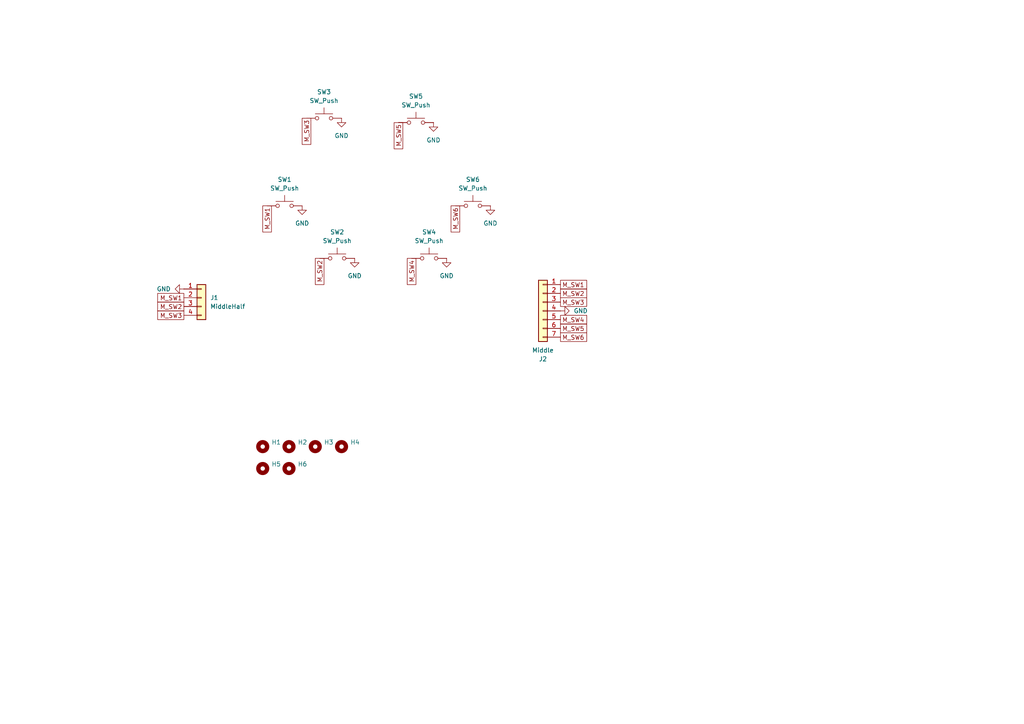
<source format=kicad_sch>
(kicad_sch
	(version 20250114)
	(generator "eeschema")
	(generator_version "9.0")
	(uuid "44424130-f20f-40bf-9349-fd314f360424")
	(paper "A4")
	(lib_symbols
		(symbol "Connector_Generic:Conn_01x04"
			(pin_names
				(offset 1.016)
				(hide yes)
			)
			(exclude_from_sim no)
			(in_bom yes)
			(on_board yes)
			(property "Reference" "J"
				(at 0 5.08 0)
				(effects
					(font
						(size 1.27 1.27)
					)
				)
			)
			(property "Value" "Conn_01x04"
				(at 0 -7.62 0)
				(effects
					(font
						(size 1.27 1.27)
					)
				)
			)
			(property "Footprint" ""
				(at 0 0 0)
				(effects
					(font
						(size 1.27 1.27)
					)
					(hide yes)
				)
			)
			(property "Datasheet" "~"
				(at 0 0 0)
				(effects
					(font
						(size 1.27 1.27)
					)
					(hide yes)
				)
			)
			(property "Description" "Generic connector, single row, 01x04, script generated (kicad-library-utils/schlib/autogen/connector/)"
				(at 0 0 0)
				(effects
					(font
						(size 1.27 1.27)
					)
					(hide yes)
				)
			)
			(property "ki_keywords" "connector"
				(at 0 0 0)
				(effects
					(font
						(size 1.27 1.27)
					)
					(hide yes)
				)
			)
			(property "ki_fp_filters" "Connector*:*_1x??_*"
				(at 0 0 0)
				(effects
					(font
						(size 1.27 1.27)
					)
					(hide yes)
				)
			)
			(symbol "Conn_01x04_1_1"
				(rectangle
					(start -1.27 3.81)
					(end 1.27 -6.35)
					(stroke
						(width 0.254)
						(type default)
					)
					(fill
						(type background)
					)
				)
				(rectangle
					(start -1.27 2.667)
					(end 0 2.413)
					(stroke
						(width 0.1524)
						(type default)
					)
					(fill
						(type none)
					)
				)
				(rectangle
					(start -1.27 0.127)
					(end 0 -0.127)
					(stroke
						(width 0.1524)
						(type default)
					)
					(fill
						(type none)
					)
				)
				(rectangle
					(start -1.27 -2.413)
					(end 0 -2.667)
					(stroke
						(width 0.1524)
						(type default)
					)
					(fill
						(type none)
					)
				)
				(rectangle
					(start -1.27 -4.953)
					(end 0 -5.207)
					(stroke
						(width 0.1524)
						(type default)
					)
					(fill
						(type none)
					)
				)
				(pin passive line
					(at -5.08 2.54 0)
					(length 3.81)
					(name "Pin_1"
						(effects
							(font
								(size 1.27 1.27)
							)
						)
					)
					(number "1"
						(effects
							(font
								(size 1.27 1.27)
							)
						)
					)
				)
				(pin passive line
					(at -5.08 0 0)
					(length 3.81)
					(name "Pin_2"
						(effects
							(font
								(size 1.27 1.27)
							)
						)
					)
					(number "2"
						(effects
							(font
								(size 1.27 1.27)
							)
						)
					)
				)
				(pin passive line
					(at -5.08 -2.54 0)
					(length 3.81)
					(name "Pin_3"
						(effects
							(font
								(size 1.27 1.27)
							)
						)
					)
					(number "3"
						(effects
							(font
								(size 1.27 1.27)
							)
						)
					)
				)
				(pin passive line
					(at -5.08 -5.08 0)
					(length 3.81)
					(name "Pin_4"
						(effects
							(font
								(size 1.27 1.27)
							)
						)
					)
					(number "4"
						(effects
							(font
								(size 1.27 1.27)
							)
						)
					)
				)
			)
			(embedded_fonts no)
		)
		(symbol "Connector_Generic:Conn_01x07"
			(pin_names
				(offset 1.016)
				(hide yes)
			)
			(exclude_from_sim no)
			(in_bom yes)
			(on_board yes)
			(property "Reference" "J"
				(at 0 10.16 0)
				(effects
					(font
						(size 1.27 1.27)
					)
				)
			)
			(property "Value" "Conn_01x07"
				(at 0 -10.16 0)
				(effects
					(font
						(size 1.27 1.27)
					)
				)
			)
			(property "Footprint" ""
				(at 0 0 0)
				(effects
					(font
						(size 1.27 1.27)
					)
					(hide yes)
				)
			)
			(property "Datasheet" "~"
				(at 0 0 0)
				(effects
					(font
						(size 1.27 1.27)
					)
					(hide yes)
				)
			)
			(property "Description" "Generic connector, single row, 01x07, script generated (kicad-library-utils/schlib/autogen/connector/)"
				(at 0 0 0)
				(effects
					(font
						(size 1.27 1.27)
					)
					(hide yes)
				)
			)
			(property "ki_keywords" "connector"
				(at 0 0 0)
				(effects
					(font
						(size 1.27 1.27)
					)
					(hide yes)
				)
			)
			(property "ki_fp_filters" "Connector*:*_1x??_*"
				(at 0 0 0)
				(effects
					(font
						(size 1.27 1.27)
					)
					(hide yes)
				)
			)
			(symbol "Conn_01x07_1_1"
				(rectangle
					(start -1.27 8.89)
					(end 1.27 -8.89)
					(stroke
						(width 0.254)
						(type default)
					)
					(fill
						(type background)
					)
				)
				(rectangle
					(start -1.27 7.747)
					(end 0 7.493)
					(stroke
						(width 0.1524)
						(type default)
					)
					(fill
						(type none)
					)
				)
				(rectangle
					(start -1.27 5.207)
					(end 0 4.953)
					(stroke
						(width 0.1524)
						(type default)
					)
					(fill
						(type none)
					)
				)
				(rectangle
					(start -1.27 2.667)
					(end 0 2.413)
					(stroke
						(width 0.1524)
						(type default)
					)
					(fill
						(type none)
					)
				)
				(rectangle
					(start -1.27 0.127)
					(end 0 -0.127)
					(stroke
						(width 0.1524)
						(type default)
					)
					(fill
						(type none)
					)
				)
				(rectangle
					(start -1.27 -2.413)
					(end 0 -2.667)
					(stroke
						(width 0.1524)
						(type default)
					)
					(fill
						(type none)
					)
				)
				(rectangle
					(start -1.27 -4.953)
					(end 0 -5.207)
					(stroke
						(width 0.1524)
						(type default)
					)
					(fill
						(type none)
					)
				)
				(rectangle
					(start -1.27 -7.493)
					(end 0 -7.747)
					(stroke
						(width 0.1524)
						(type default)
					)
					(fill
						(type none)
					)
				)
				(pin passive line
					(at -5.08 7.62 0)
					(length 3.81)
					(name "Pin_1"
						(effects
							(font
								(size 1.27 1.27)
							)
						)
					)
					(number "1"
						(effects
							(font
								(size 1.27 1.27)
							)
						)
					)
				)
				(pin passive line
					(at -5.08 5.08 0)
					(length 3.81)
					(name "Pin_2"
						(effects
							(font
								(size 1.27 1.27)
							)
						)
					)
					(number "2"
						(effects
							(font
								(size 1.27 1.27)
							)
						)
					)
				)
				(pin passive line
					(at -5.08 2.54 0)
					(length 3.81)
					(name "Pin_3"
						(effects
							(font
								(size 1.27 1.27)
							)
						)
					)
					(number "3"
						(effects
							(font
								(size 1.27 1.27)
							)
						)
					)
				)
				(pin passive line
					(at -5.08 0 0)
					(length 3.81)
					(name "Pin_4"
						(effects
							(font
								(size 1.27 1.27)
							)
						)
					)
					(number "4"
						(effects
							(font
								(size 1.27 1.27)
							)
						)
					)
				)
				(pin passive line
					(at -5.08 -2.54 0)
					(length 3.81)
					(name "Pin_5"
						(effects
							(font
								(size 1.27 1.27)
							)
						)
					)
					(number "5"
						(effects
							(font
								(size 1.27 1.27)
							)
						)
					)
				)
				(pin passive line
					(at -5.08 -5.08 0)
					(length 3.81)
					(name "Pin_6"
						(effects
							(font
								(size 1.27 1.27)
							)
						)
					)
					(number "6"
						(effects
							(font
								(size 1.27 1.27)
							)
						)
					)
				)
				(pin passive line
					(at -5.08 -7.62 0)
					(length 3.81)
					(name "Pin_7"
						(effects
							(font
								(size 1.27 1.27)
							)
						)
					)
					(number "7"
						(effects
							(font
								(size 1.27 1.27)
							)
						)
					)
				)
			)
			(embedded_fonts no)
		)
		(symbol "Mechanical:MountingHole"
			(pin_names
				(offset 1.016)
			)
			(exclude_from_sim no)
			(in_bom no)
			(on_board yes)
			(property "Reference" "H"
				(at 0 5.08 0)
				(effects
					(font
						(size 1.27 1.27)
					)
				)
			)
			(property "Value" "MountingHole"
				(at 0 3.175 0)
				(effects
					(font
						(size 1.27 1.27)
					)
				)
			)
			(property "Footprint" ""
				(at 0 0 0)
				(effects
					(font
						(size 1.27 1.27)
					)
					(hide yes)
				)
			)
			(property "Datasheet" "~"
				(at 0 0 0)
				(effects
					(font
						(size 1.27 1.27)
					)
					(hide yes)
				)
			)
			(property "Description" "Mounting Hole without connection"
				(at 0 0 0)
				(effects
					(font
						(size 1.27 1.27)
					)
					(hide yes)
				)
			)
			(property "ki_keywords" "mounting hole"
				(at 0 0 0)
				(effects
					(font
						(size 1.27 1.27)
					)
					(hide yes)
				)
			)
			(property "ki_fp_filters" "MountingHole*"
				(at 0 0 0)
				(effects
					(font
						(size 1.27 1.27)
					)
					(hide yes)
				)
			)
			(symbol "MountingHole_0_1"
				(circle
					(center 0 0)
					(radius 1.27)
					(stroke
						(width 1.27)
						(type default)
					)
					(fill
						(type none)
					)
				)
			)
			(embedded_fonts no)
		)
		(symbol "Switch:SW_Push"
			(pin_numbers
				(hide yes)
			)
			(pin_names
				(offset 1.016)
				(hide yes)
			)
			(exclude_from_sim no)
			(in_bom yes)
			(on_board yes)
			(property "Reference" "SW"
				(at 1.27 2.54 0)
				(effects
					(font
						(size 1.27 1.27)
					)
					(justify left)
				)
			)
			(property "Value" "SW_Push"
				(at 0 -1.524 0)
				(effects
					(font
						(size 1.27 1.27)
					)
				)
			)
			(property "Footprint" ""
				(at 0 5.08 0)
				(effects
					(font
						(size 1.27 1.27)
					)
					(hide yes)
				)
			)
			(property "Datasheet" "~"
				(at 0 5.08 0)
				(effects
					(font
						(size 1.27 1.27)
					)
					(hide yes)
				)
			)
			(property "Description" "Push button switch, generic, two pins"
				(at 0 0 0)
				(effects
					(font
						(size 1.27 1.27)
					)
					(hide yes)
				)
			)
			(property "ki_keywords" "switch normally-open pushbutton push-button"
				(at 0 0 0)
				(effects
					(font
						(size 1.27 1.27)
					)
					(hide yes)
				)
			)
			(symbol "SW_Push_0_1"
				(circle
					(center -2.032 0)
					(radius 0.508)
					(stroke
						(width 0)
						(type default)
					)
					(fill
						(type none)
					)
				)
				(polyline
					(pts
						(xy 0 1.27) (xy 0 3.048)
					)
					(stroke
						(width 0)
						(type default)
					)
					(fill
						(type none)
					)
				)
				(circle
					(center 2.032 0)
					(radius 0.508)
					(stroke
						(width 0)
						(type default)
					)
					(fill
						(type none)
					)
				)
				(polyline
					(pts
						(xy 2.54 1.27) (xy -2.54 1.27)
					)
					(stroke
						(width 0)
						(type default)
					)
					(fill
						(type none)
					)
				)
				(pin passive line
					(at -5.08 0 0)
					(length 2.54)
					(name "1"
						(effects
							(font
								(size 1.27 1.27)
							)
						)
					)
					(number "1"
						(effects
							(font
								(size 1.27 1.27)
							)
						)
					)
				)
				(pin passive line
					(at 5.08 0 180)
					(length 2.54)
					(name "2"
						(effects
							(font
								(size 1.27 1.27)
							)
						)
					)
					(number "2"
						(effects
							(font
								(size 1.27 1.27)
							)
						)
					)
				)
			)
			(embedded_fonts no)
		)
		(symbol "power:GND"
			(power)
			(pin_numbers
				(hide yes)
			)
			(pin_names
				(offset 0)
				(hide yes)
			)
			(exclude_from_sim no)
			(in_bom yes)
			(on_board yes)
			(property "Reference" "#PWR"
				(at 0 -6.35 0)
				(effects
					(font
						(size 1.27 1.27)
					)
					(hide yes)
				)
			)
			(property "Value" "GND"
				(at 0 -3.81 0)
				(effects
					(font
						(size 1.27 1.27)
					)
				)
			)
			(property "Footprint" ""
				(at 0 0 0)
				(effects
					(font
						(size 1.27 1.27)
					)
					(hide yes)
				)
			)
			(property "Datasheet" ""
				(at 0 0 0)
				(effects
					(font
						(size 1.27 1.27)
					)
					(hide yes)
				)
			)
			(property "Description" "Power symbol creates a global label with name \"GND\" , ground"
				(at 0 0 0)
				(effects
					(font
						(size 1.27 1.27)
					)
					(hide yes)
				)
			)
			(property "ki_keywords" "global power"
				(at 0 0 0)
				(effects
					(font
						(size 1.27 1.27)
					)
					(hide yes)
				)
			)
			(symbol "GND_0_1"
				(polyline
					(pts
						(xy 0 0) (xy 0 -1.27) (xy 1.27 -1.27) (xy 0 -2.54) (xy -1.27 -1.27) (xy 0 -1.27)
					)
					(stroke
						(width 0)
						(type default)
					)
					(fill
						(type none)
					)
				)
			)
			(symbol "GND_1_1"
				(pin power_in line
					(at 0 0 270)
					(length 0)
					(name "~"
						(effects
							(font
								(size 1.27 1.27)
							)
						)
					)
					(number "1"
						(effects
							(font
								(size 1.27 1.27)
							)
						)
					)
				)
			)
			(embedded_fonts no)
		)
	)
	(global_label "M_SW4"
		(shape passive)
		(at 162.56 92.71 0)
		(fields_autoplaced yes)
		(effects
			(font
				(size 1.27 1.27)
			)
			(justify left)
		)
		(uuid "0edd1ba8-8803-456a-8f0d-1330f105e9bb")
		(property "Intersheetrefs" "${INTERSHEET_REFS}"
			(at 170.7233 92.71 0)
			(effects
				(font
					(size 1.27 1.27)
				)
				(justify left)
				(hide yes)
			)
		)
	)
	(global_label "M_SW1"
		(shape passive)
		(at 77.47 59.69 270)
		(fields_autoplaced yes)
		(effects
			(font
				(size 1.27 1.27)
			)
			(justify right)
		)
		(uuid "17e0c878-a1b1-4ccf-8c9f-0ab596c4d26d")
		(property "Intersheetrefs" "${INTERSHEET_REFS}"
			(at 77.47 67.8533 90)
			(effects
				(font
					(size 1.27 1.27)
				)
				(justify right)
				(hide yes)
			)
		)
	)
	(global_label "M_SW2"
		(shape passive)
		(at 53.34 88.9 180)
		(fields_autoplaced yes)
		(effects
			(font
				(size 1.27 1.27)
			)
			(justify right)
		)
		(uuid "19062e0a-4f1e-406a-9c4c-84df7e3c9f65")
		(property "Intersheetrefs" "${INTERSHEET_REFS}"
			(at 45.1767 88.9 0)
			(effects
				(font
					(size 1.27 1.27)
				)
				(justify right)
				(hide yes)
			)
		)
	)
	(global_label "M_SW3"
		(shape passive)
		(at 162.56 87.63 0)
		(fields_autoplaced yes)
		(effects
			(font
				(size 1.27 1.27)
			)
			(justify left)
		)
		(uuid "488786dc-2eae-4b57-8353-990e3877ac3e")
		(property "Intersheetrefs" "${INTERSHEET_REFS}"
			(at 170.7233 87.63 0)
			(effects
				(font
					(size 1.27 1.27)
				)
				(justify left)
				(hide yes)
			)
		)
	)
	(global_label "M_SW4"
		(shape passive)
		(at 119.38 74.93 270)
		(fields_autoplaced yes)
		(effects
			(font
				(size 1.27 1.27)
			)
			(justify right)
		)
		(uuid "76b8e595-274d-4fd8-9183-b4ea3c5e7a5a")
		(property "Intersheetrefs" "${INTERSHEET_REFS}"
			(at 119.38 83.0933 90)
			(effects
				(font
					(size 1.27 1.27)
				)
				(justify right)
				(hide yes)
			)
		)
	)
	(global_label "M_SW5"
		(shape passive)
		(at 115.57 35.56 270)
		(fields_autoplaced yes)
		(effects
			(font
				(size 1.27 1.27)
			)
			(justify right)
		)
		(uuid "770b7363-a995-46a9-a0de-7ddd4b258b66")
		(property "Intersheetrefs" "${INTERSHEET_REFS}"
			(at 115.57 43.7233 90)
			(effects
				(font
					(size 1.27 1.27)
				)
				(justify right)
				(hide yes)
			)
		)
	)
	(global_label "M_SW6"
		(shape passive)
		(at 132.08 59.69 270)
		(fields_autoplaced yes)
		(effects
			(font
				(size 1.27 1.27)
			)
			(justify right)
		)
		(uuid "7a03b707-3804-4ce6-a49a-606d9fa3af88")
		(property "Intersheetrefs" "${INTERSHEET_REFS}"
			(at 132.08 67.8533 90)
			(effects
				(font
					(size 1.27 1.27)
				)
				(justify right)
				(hide yes)
			)
		)
	)
	(global_label "M_SW2"
		(shape passive)
		(at 92.71 74.93 270)
		(fields_autoplaced yes)
		(effects
			(font
				(size 1.27 1.27)
			)
			(justify right)
		)
		(uuid "83dfe3c8-e81d-41be-9753-b46bd77e2e7d")
		(property "Intersheetrefs" "${INTERSHEET_REFS}"
			(at 92.71 83.0933 90)
			(effects
				(font
					(size 1.27 1.27)
				)
				(justify right)
				(hide yes)
			)
		)
	)
	(global_label "M_SW1"
		(shape passive)
		(at 53.34 86.36 180)
		(fields_autoplaced yes)
		(effects
			(font
				(size 1.27 1.27)
			)
			(justify right)
		)
		(uuid "8e8c5598-508f-4f95-93f4-a60d0c0afdf8")
		(property "Intersheetrefs" "${INTERSHEET_REFS}"
			(at 45.1767 86.36 0)
			(effects
				(font
					(size 1.27 1.27)
				)
				(justify right)
				(hide yes)
			)
		)
	)
	(global_label "M_SW2"
		(shape passive)
		(at 162.56 85.09 0)
		(fields_autoplaced yes)
		(effects
			(font
				(size 1.27 1.27)
			)
			(justify left)
		)
		(uuid "993be81e-f463-4267-b857-3e4ab0c29f88")
		(property "Intersheetrefs" "${INTERSHEET_REFS}"
			(at 170.7233 85.09 0)
			(effects
				(font
					(size 1.27 1.27)
				)
				(justify left)
				(hide yes)
			)
		)
	)
	(global_label "M_SW1"
		(shape passive)
		(at 162.56 82.55 0)
		(fields_autoplaced yes)
		(effects
			(font
				(size 1.27 1.27)
			)
			(justify left)
		)
		(uuid "a11dc060-b6e3-4345-98e5-9dac7402acf7")
		(property "Intersheetrefs" "${INTERSHEET_REFS}"
			(at 170.7233 82.55 0)
			(effects
				(font
					(size 1.27 1.27)
				)
				(justify left)
				(hide yes)
			)
		)
	)
	(global_label "M_SW6"
		(shape passive)
		(at 162.56 97.79 0)
		(fields_autoplaced yes)
		(effects
			(font
				(size 1.27 1.27)
			)
			(justify left)
		)
		(uuid "bcc020ef-38d1-4802-8e66-54f7fd3696e5")
		(property "Intersheetrefs" "${INTERSHEET_REFS}"
			(at 170.7233 97.79 0)
			(effects
				(font
					(size 1.27 1.27)
				)
				(justify left)
				(hide yes)
			)
		)
	)
	(global_label "M_SW5"
		(shape passive)
		(at 162.56 95.25 0)
		(fields_autoplaced yes)
		(effects
			(font
				(size 1.27 1.27)
			)
			(justify left)
		)
		(uuid "d1a8f0c3-14e2-44e3-b804-4516b8ab799b")
		(property "Intersheetrefs" "${INTERSHEET_REFS}"
			(at 170.7233 95.25 0)
			(effects
				(font
					(size 1.27 1.27)
				)
				(justify left)
				(hide yes)
			)
		)
	)
	(global_label "M_SW3"
		(shape passive)
		(at 53.34 91.44 180)
		(fields_autoplaced yes)
		(effects
			(font
				(size 1.27 1.27)
			)
			(justify right)
		)
		(uuid "d4d6cf9e-71c8-454b-a837-91228b54fc66")
		(property "Intersheetrefs" "${INTERSHEET_REFS}"
			(at 45.1767 91.44 0)
			(effects
				(font
					(size 1.27 1.27)
				)
				(justify right)
				(hide yes)
			)
		)
	)
	(global_label "M_SW3"
		(shape passive)
		(at 88.9 34.29 270)
		(fields_autoplaced yes)
		(effects
			(font
				(size 1.27 1.27)
			)
			(justify right)
		)
		(uuid "f0d442bb-dcd9-4c59-95cf-44b87acbb01a")
		(property "Intersheetrefs" "${INTERSHEET_REFS}"
			(at 88.9 42.4533 90)
			(effects
				(font
					(size 1.27 1.27)
				)
				(justify right)
				(hide yes)
			)
		)
	)
	(symbol
		(lib_id "Connector_Generic:Conn_01x04")
		(at 58.42 86.36 0)
		(unit 1)
		(exclude_from_sim no)
		(in_bom yes)
		(on_board yes)
		(dnp no)
		(fields_autoplaced yes)
		(uuid "04b352d1-2d04-4cae-bfe8-1feb0bb8767d")
		(property "Reference" "J1"
			(at 60.96 86.3599 0)
			(effects
				(font
					(size 1.27 1.27)
				)
				(justify left)
			)
		)
		(property "Value" "MiddleHalf"
			(at 60.96 88.8999 0)
			(effects
				(font
					(size 1.27 1.27)
				)
				(justify left)
			)
		)
		(property "Footprint" "Connector_PinHeader_2.54mm:PinHeader_1x04_P2.54mm_Horizontal"
			(at 58.42 86.36 0)
			(effects
				(font
					(size 1.27 1.27)
				)
				(hide yes)
			)
		)
		(property "Datasheet" "~"
			(at 58.42 86.36 0)
			(effects
				(font
					(size 1.27 1.27)
				)
				(hide yes)
			)
		)
		(property "Description" "Generic connector, single row, 01x04, script generated (kicad-library-utils/schlib/autogen/connector/)"
			(at 58.42 86.36 0)
			(effects
				(font
					(size 1.27 1.27)
				)
				(hide yes)
			)
		)
		(pin "1"
			(uuid "0c6dacbc-628e-4988-9fa5-167fbc35f20a")
		)
		(pin "2"
			(uuid "0a42aa80-736a-4697-aee4-0e69b7258cd7")
		)
		(pin "3"
			(uuid "36eadc2d-b8e5-4d80-9dfa-b01f37111151")
		)
		(pin "4"
			(uuid "a9b2a688-17e2-420d-93a0-90e0170c12d7")
		)
		(instances
			(project ""
				(path "/44424130-f20f-40bf-9349-fd314f360424"
					(reference "J1")
					(unit 1)
				)
			)
		)
	)
	(symbol
		(lib_id "Switch:SW_Push")
		(at 93.98 34.29 0)
		(unit 1)
		(exclude_from_sim no)
		(in_bom yes)
		(on_board yes)
		(dnp no)
		(fields_autoplaced yes)
		(uuid "2419f840-2a3a-49c5-a63b-b494e5663555")
		(property "Reference" "SW3"
			(at 93.98 26.67 0)
			(effects
				(font
					(size 1.27 1.27)
				)
			)
		)
		(property "Value" "SW_Push"
			(at 93.98 29.21 0)
			(effects
				(font
					(size 1.27 1.27)
				)
			)
		)
		(property "Footprint" "KeySwitches:SW_MX_HotSwap_PTH"
			(at 93.98 29.21 0)
			(effects
				(font
					(size 1.27 1.27)
				)
				(hide yes)
			)
		)
		(property "Datasheet" "~"
			(at 93.98 29.21 0)
			(effects
				(font
					(size 1.27 1.27)
				)
				(hide yes)
			)
		)
		(property "Description" "Push button switch, generic, two pins"
			(at 93.98 34.29 0)
			(effects
				(font
					(size 1.27 1.27)
				)
				(hide yes)
			)
		)
		(pin "2"
			(uuid "869a0633-c127-44cb-8a67-59915bad00fb")
		)
		(pin "1"
			(uuid "5e8d5c1e-2f83-4323-b3cb-7048b50fbd55")
		)
		(instances
			(project "PartMiddle"
				(path "/44424130-f20f-40bf-9349-fd314f360424"
					(reference "SW3")
					(unit 1)
				)
			)
		)
	)
	(symbol
		(lib_id "Connector_Generic:Conn_01x07")
		(at 157.48 90.17 0)
		(mirror y)
		(unit 1)
		(exclude_from_sim no)
		(in_bom yes)
		(on_board yes)
		(dnp no)
		(uuid "2a533c67-dcae-431d-a998-f59bb2c1edf9")
		(property "Reference" "J2"
			(at 157.48 104.14 0)
			(effects
				(font
					(size 1.27 1.27)
				)
			)
		)
		(property "Value" "Middle"
			(at 157.48 101.6 0)
			(effects
				(font
					(size 1.27 1.27)
				)
			)
		)
		(property "Footprint" "Connector_PinHeader_2.54mm:PinHeader_1x07_P2.54mm_Horizontal"
			(at 157.48 90.17 0)
			(effects
				(font
					(size 1.27 1.27)
				)
				(hide yes)
			)
		)
		(property "Datasheet" "~"
			(at 157.48 90.17 0)
			(effects
				(font
					(size 1.27 1.27)
				)
				(hide yes)
			)
		)
		(property "Description" "Generic connector, single row, 01x07, script generated (kicad-library-utils/schlib/autogen/connector/)"
			(at 157.48 90.17 0)
			(effects
				(font
					(size 1.27 1.27)
				)
				(hide yes)
			)
		)
		(pin "2"
			(uuid "c2619f35-c4ce-40db-81d0-d731a6618850")
		)
		(pin "1"
			(uuid "9927bea6-43ac-49f1-ac04-571e08697b5d")
		)
		(pin "5"
			(uuid "0866fe3c-1f5b-4ec0-97b0-5b5206614a37")
		)
		(pin "6"
			(uuid "466a23e2-5c60-4299-a4ba-373409ac1322")
		)
		(pin "3"
			(uuid "7636e6ca-d11a-45dd-8132-cbffbafcc5f3")
		)
		(pin "7"
			(uuid "392f46c7-b71c-4372-81d7-2c3c4a5b0adf")
		)
		(pin "4"
			(uuid "b8eadace-13c9-4a3b-8e67-1067dc8687b1")
		)
		(instances
			(project "PartMiddle"
				(path "/44424130-f20f-40bf-9349-fd314f360424"
					(reference "J2")
					(unit 1)
				)
			)
		)
	)
	(symbol
		(lib_id "power:GND")
		(at 53.34 83.82 270)
		(unit 1)
		(exclude_from_sim no)
		(in_bom yes)
		(on_board yes)
		(dnp no)
		(fields_autoplaced yes)
		(uuid "3c222658-f3b9-46b3-83c8-32dc9ec9e2da")
		(property "Reference" "#PWR013"
			(at 46.99 83.82 0)
			(effects
				(font
					(size 1.27 1.27)
				)
				(hide yes)
			)
		)
		(property "Value" "GND"
			(at 49.53 83.8199 90)
			(effects
				(font
					(size 1.27 1.27)
				)
				(justify right)
			)
		)
		(property "Footprint" ""
			(at 53.34 83.82 0)
			(effects
				(font
					(size 1.27 1.27)
				)
				(hide yes)
			)
		)
		(property "Datasheet" ""
			(at 53.34 83.82 0)
			(effects
				(font
					(size 1.27 1.27)
				)
				(hide yes)
			)
		)
		(property "Description" "Power symbol creates a global label with name \"GND\" , ground"
			(at 53.34 83.82 0)
			(effects
				(font
					(size 1.27 1.27)
				)
				(hide yes)
			)
		)
		(pin "1"
			(uuid "a136f481-fac9-4626-9fc6-d11dd408e2b3")
		)
		(instances
			(project "PartMiddle"
				(path "/44424130-f20f-40bf-9349-fd314f360424"
					(reference "#PWR013")
					(unit 1)
				)
			)
		)
	)
	(symbol
		(lib_id "power:GND")
		(at 162.56 90.17 90)
		(unit 1)
		(exclude_from_sim no)
		(in_bom yes)
		(on_board yes)
		(dnp no)
		(fields_autoplaced yes)
		(uuid "58843c79-1f26-4812-814a-58e06291ae53")
		(property "Reference" "#PWR012"
			(at 168.91 90.17 0)
			(effects
				(font
					(size 1.27 1.27)
				)
				(hide yes)
			)
		)
		(property "Value" "GND"
			(at 166.37 90.1699 90)
			(effects
				(font
					(size 1.27 1.27)
				)
				(justify right)
			)
		)
		(property "Footprint" ""
			(at 162.56 90.17 0)
			(effects
				(font
					(size 1.27 1.27)
				)
				(hide yes)
			)
		)
		(property "Datasheet" ""
			(at 162.56 90.17 0)
			(effects
				(font
					(size 1.27 1.27)
				)
				(hide yes)
			)
		)
		(property "Description" "Power symbol creates a global label with name \"GND\" , ground"
			(at 162.56 90.17 0)
			(effects
				(font
					(size 1.27 1.27)
				)
				(hide yes)
			)
		)
		(pin "1"
			(uuid "dfb04018-8e73-49b9-9acf-e29225fe714e")
		)
		(instances
			(project "PartMiddle"
				(path "/44424130-f20f-40bf-9349-fd314f360424"
					(reference "#PWR012")
					(unit 1)
				)
			)
		)
	)
	(symbol
		(lib_id "Mechanical:MountingHole")
		(at 83.82 129.54 0)
		(unit 1)
		(exclude_from_sim no)
		(in_bom no)
		(on_board yes)
		(dnp no)
		(fields_autoplaced yes)
		(uuid "597a9def-704c-42f6-9a53-d567c984dbdf")
		(property "Reference" "H2"
			(at 86.36 128.2699 0)
			(effects
				(font
					(size 1.27 1.27)
				)
				(justify left)
			)
		)
		(property "Value" "MountingHole"
			(at 86.36 130.8099 0)
			(effects
				(font
					(size 1.27 1.27)
				)
				(justify left)
				(hide yes)
			)
		)
		(property "Footprint" "MountingHole:MountingHole_3.2mm_M3_DIN965"
			(at 83.82 129.54 0)
			(effects
				(font
					(size 1.27 1.27)
				)
				(hide yes)
			)
		)
		(property "Datasheet" "~"
			(at 83.82 129.54 0)
			(effects
				(font
					(size 1.27 1.27)
				)
				(hide yes)
			)
		)
		(property "Description" "Mounting Hole without connection"
			(at 83.82 129.54 0)
			(effects
				(font
					(size 1.27 1.27)
				)
				(hide yes)
			)
		)
		(instances
			(project "PartMiddle"
				(path "/44424130-f20f-40bf-9349-fd314f360424"
					(reference "H2")
					(unit 1)
				)
			)
		)
	)
	(symbol
		(lib_id "Mechanical:MountingHole")
		(at 91.44 129.54 0)
		(unit 1)
		(exclude_from_sim no)
		(in_bom no)
		(on_board yes)
		(dnp no)
		(fields_autoplaced yes)
		(uuid "738843b7-6da3-4ffd-93a9-442d53450773")
		(property "Reference" "H3"
			(at 93.98 128.2699 0)
			(effects
				(font
					(size 1.27 1.27)
				)
				(justify left)
			)
		)
		(property "Value" "MountingHole"
			(at 93.98 130.8099 0)
			(effects
				(font
					(size 1.27 1.27)
				)
				(justify left)
				(hide yes)
			)
		)
		(property "Footprint" "MountingHole:MountingHole_3.2mm_M3_DIN965"
			(at 91.44 129.54 0)
			(effects
				(font
					(size 1.27 1.27)
				)
				(hide yes)
			)
		)
		(property "Datasheet" "~"
			(at 91.44 129.54 0)
			(effects
				(font
					(size 1.27 1.27)
				)
				(hide yes)
			)
		)
		(property "Description" "Mounting Hole without connection"
			(at 91.44 129.54 0)
			(effects
				(font
					(size 1.27 1.27)
				)
				(hide yes)
			)
		)
		(instances
			(project "PartMiddle"
				(path "/44424130-f20f-40bf-9349-fd314f360424"
					(reference "H3")
					(unit 1)
				)
			)
		)
	)
	(symbol
		(lib_id "power:GND")
		(at 142.24 59.69 0)
		(unit 1)
		(exclude_from_sim no)
		(in_bom yes)
		(on_board yes)
		(dnp no)
		(fields_autoplaced yes)
		(uuid "7f340c37-91c1-41a1-ada4-b551d1f7800d")
		(property "Reference" "#PWR06"
			(at 142.24 66.04 0)
			(effects
				(font
					(size 1.27 1.27)
				)
				(hide yes)
			)
		)
		(property "Value" "GND"
			(at 142.24 64.77 0)
			(effects
				(font
					(size 1.27 1.27)
				)
			)
		)
		(property "Footprint" ""
			(at 142.24 59.69 0)
			(effects
				(font
					(size 1.27 1.27)
				)
				(hide yes)
			)
		)
		(property "Datasheet" ""
			(at 142.24 59.69 0)
			(effects
				(font
					(size 1.27 1.27)
				)
				(hide yes)
			)
		)
		(property "Description" "Power symbol creates a global label with name \"GND\" , ground"
			(at 142.24 59.69 0)
			(effects
				(font
					(size 1.27 1.27)
				)
				(hide yes)
			)
		)
		(pin "1"
			(uuid "7556ea5e-0c59-4eb4-b17c-2b341bf6ddbc")
		)
		(instances
			(project "PartMiddle"
				(path "/44424130-f20f-40bf-9349-fd314f360424"
					(reference "#PWR06")
					(unit 1)
				)
			)
		)
	)
	(symbol
		(lib_id "Switch:SW_Push")
		(at 120.65 35.56 0)
		(unit 1)
		(exclude_from_sim no)
		(in_bom yes)
		(on_board yes)
		(dnp no)
		(fields_autoplaced yes)
		(uuid "8f56907a-3eab-4d77-a3aa-d8d98366f160")
		(property "Reference" "SW5"
			(at 120.65 27.94 0)
			(effects
				(font
					(size 1.27 1.27)
				)
			)
		)
		(property "Value" "SW_Push"
			(at 120.65 30.48 0)
			(effects
				(font
					(size 1.27 1.27)
				)
			)
		)
		(property "Footprint" "KeySwitches:SW_MX_HotSwap_PTH"
			(at 120.65 30.48 0)
			(effects
				(font
					(size 1.27 1.27)
				)
				(hide yes)
			)
		)
		(property "Datasheet" "~"
			(at 120.65 30.48 0)
			(effects
				(font
					(size 1.27 1.27)
				)
				(hide yes)
			)
		)
		(property "Description" "Push button switch, generic, two pins"
			(at 120.65 35.56 0)
			(effects
				(font
					(size 1.27 1.27)
				)
				(hide yes)
			)
		)
		(pin "2"
			(uuid "121ff1c7-4673-4da3-a2d0-58fceb3cf14e")
		)
		(pin "1"
			(uuid "c349fbdf-1e8e-4a41-aff1-7fee80047168")
		)
		(instances
			(project "PartMiddle"
				(path "/44424130-f20f-40bf-9349-fd314f360424"
					(reference "SW5")
					(unit 1)
				)
			)
		)
	)
	(symbol
		(lib_id "Switch:SW_Push")
		(at 124.46 74.93 0)
		(unit 1)
		(exclude_from_sim no)
		(in_bom yes)
		(on_board yes)
		(dnp no)
		(uuid "a9a5ac60-0bd2-40d3-9971-6d560598a0ca")
		(property "Reference" "SW4"
			(at 124.46 67.31 0)
			(effects
				(font
					(size 1.27 1.27)
				)
			)
		)
		(property "Value" "SW_Push"
			(at 124.46 69.85 0)
			(effects
				(font
					(size 1.27 1.27)
				)
			)
		)
		(property "Footprint" "KeySwitches:SW_MX_HotSwap_PTH"
			(at 124.46 69.85 0)
			(effects
				(font
					(size 1.27 1.27)
				)
				(hide yes)
			)
		)
		(property "Datasheet" "~"
			(at 124.46 69.85 0)
			(effects
				(font
					(size 1.27 1.27)
				)
				(hide yes)
			)
		)
		(property "Description" "Push button switch, generic, two pins"
			(at 124.46 74.93 0)
			(effects
				(font
					(size 1.27 1.27)
				)
				(hide yes)
			)
		)
		(pin "2"
			(uuid "4fa8f802-918a-435d-86a9-88105eb08562")
		)
		(pin "1"
			(uuid "00814a2f-dfbe-4c4e-bb1c-4783a715c4f3")
		)
		(instances
			(project "PartMiddle"
				(path "/44424130-f20f-40bf-9349-fd314f360424"
					(reference "SW4")
					(unit 1)
				)
			)
		)
	)
	(symbol
		(lib_id "Switch:SW_Push")
		(at 97.79 74.93 0)
		(unit 1)
		(exclude_from_sim no)
		(in_bom yes)
		(on_board yes)
		(dnp no)
		(fields_autoplaced yes)
		(uuid "b2feb8d7-3f8b-4488-8300-2e73cdda17aa")
		(property "Reference" "SW2"
			(at 97.79 67.31 0)
			(effects
				(font
					(size 1.27 1.27)
				)
			)
		)
		(property "Value" "SW_Push"
			(at 97.79 69.85 0)
			(effects
				(font
					(size 1.27 1.27)
				)
			)
		)
		(property "Footprint" "KeySwitches:SW_MX_HotSwap_PTH"
			(at 97.79 69.85 0)
			(effects
				(font
					(size 1.27 1.27)
				)
				(hide yes)
			)
		)
		(property "Datasheet" "~"
			(at 97.79 69.85 0)
			(effects
				(font
					(size 1.27 1.27)
				)
				(hide yes)
			)
		)
		(property "Description" "Push button switch, generic, two pins"
			(at 97.79 74.93 0)
			(effects
				(font
					(size 1.27 1.27)
				)
				(hide yes)
			)
		)
		(pin "2"
			(uuid "72611091-09ee-4309-9cb0-2592c9539eac")
		)
		(pin "1"
			(uuid "b43e1373-24c8-40ec-945a-dff065f99d16")
		)
		(instances
			(project "PartMiddle"
				(path "/44424130-f20f-40bf-9349-fd314f360424"
					(reference "SW2")
					(unit 1)
				)
			)
		)
	)
	(symbol
		(lib_id "power:GND")
		(at 125.73 35.56 0)
		(unit 1)
		(exclude_from_sim no)
		(in_bom yes)
		(on_board yes)
		(dnp no)
		(fields_autoplaced yes)
		(uuid "b4892b6d-aafd-4d57-86b2-5af5eab28636")
		(property "Reference" "#PWR05"
			(at 125.73 41.91 0)
			(effects
				(font
					(size 1.27 1.27)
				)
				(hide yes)
			)
		)
		(property "Value" "GND"
			(at 125.73 40.64 0)
			(effects
				(font
					(size 1.27 1.27)
				)
			)
		)
		(property "Footprint" ""
			(at 125.73 35.56 0)
			(effects
				(font
					(size 1.27 1.27)
				)
				(hide yes)
			)
		)
		(property "Datasheet" ""
			(at 125.73 35.56 0)
			(effects
				(font
					(size 1.27 1.27)
				)
				(hide yes)
			)
		)
		(property "Description" "Power symbol creates a global label with name \"GND\" , ground"
			(at 125.73 35.56 0)
			(effects
				(font
					(size 1.27 1.27)
				)
				(hide yes)
			)
		)
		(pin "1"
			(uuid "48e15aef-f927-4aee-a6c2-99360e54038e")
		)
		(instances
			(project "PartMiddle"
				(path "/44424130-f20f-40bf-9349-fd314f360424"
					(reference "#PWR05")
					(unit 1)
				)
			)
		)
	)
	(symbol
		(lib_id "power:GND")
		(at 99.06 34.29 0)
		(unit 1)
		(exclude_from_sim no)
		(in_bom yes)
		(on_board yes)
		(dnp no)
		(fields_autoplaced yes)
		(uuid "ba40f7e8-fd02-4ee2-8883-5752a841313d")
		(property "Reference" "#PWR03"
			(at 99.06 40.64 0)
			(effects
				(font
					(size 1.27 1.27)
				)
				(hide yes)
			)
		)
		(property "Value" "GND"
			(at 99.06 39.37 0)
			(effects
				(font
					(size 1.27 1.27)
				)
			)
		)
		(property "Footprint" ""
			(at 99.06 34.29 0)
			(effects
				(font
					(size 1.27 1.27)
				)
				(hide yes)
			)
		)
		(property "Datasheet" ""
			(at 99.06 34.29 0)
			(effects
				(font
					(size 1.27 1.27)
				)
				(hide yes)
			)
		)
		(property "Description" "Power symbol creates a global label with name \"GND\" , ground"
			(at 99.06 34.29 0)
			(effects
				(font
					(size 1.27 1.27)
				)
				(hide yes)
			)
		)
		(pin "1"
			(uuid "2cdbc654-89ad-44a5-bcd4-e2d98d5078b1")
		)
		(instances
			(project "PartMiddle"
				(path "/44424130-f20f-40bf-9349-fd314f360424"
					(reference "#PWR03")
					(unit 1)
				)
			)
		)
	)
	(symbol
		(lib_id "Mechanical:MountingHole")
		(at 99.06 129.54 0)
		(unit 1)
		(exclude_from_sim no)
		(in_bom no)
		(on_board yes)
		(dnp no)
		(fields_autoplaced yes)
		(uuid "cfecdb64-57f5-4eb0-9cbf-9239e2c01457")
		(property "Reference" "H4"
			(at 101.6 128.2699 0)
			(effects
				(font
					(size 1.27 1.27)
				)
				(justify left)
			)
		)
		(property "Value" "MountingHole"
			(at 101.6 130.8099 0)
			(effects
				(font
					(size 1.27 1.27)
				)
				(justify left)
				(hide yes)
			)
		)
		(property "Footprint" "MountingHole:MountingHole_3.2mm_M3_DIN965"
			(at 99.06 129.54 0)
			(effects
				(font
					(size 1.27 1.27)
				)
				(hide yes)
			)
		)
		(property "Datasheet" "~"
			(at 99.06 129.54 0)
			(effects
				(font
					(size 1.27 1.27)
				)
				(hide yes)
			)
		)
		(property "Description" "Mounting Hole without connection"
			(at 99.06 129.54 0)
			(effects
				(font
					(size 1.27 1.27)
				)
				(hide yes)
			)
		)
		(instances
			(project "PartMiddle"
				(path "/44424130-f20f-40bf-9349-fd314f360424"
					(reference "H4")
					(unit 1)
				)
			)
		)
	)
	(symbol
		(lib_id "Switch:SW_Push")
		(at 137.16 59.69 0)
		(unit 1)
		(exclude_from_sim no)
		(in_bom yes)
		(on_board yes)
		(dnp no)
		(fields_autoplaced yes)
		(uuid "d27cba6a-febe-4e83-9fea-c9ad9da08fcb")
		(property "Reference" "SW6"
			(at 137.16 52.07 0)
			(effects
				(font
					(size 1.27 1.27)
				)
			)
		)
		(property "Value" "SW_Push"
			(at 137.16 54.61 0)
			(effects
				(font
					(size 1.27 1.27)
				)
			)
		)
		(property "Footprint" "KeySwitches:SW_MX_HotSwap_PTH"
			(at 137.16 54.61 0)
			(effects
				(font
					(size 1.27 1.27)
				)
				(hide yes)
			)
		)
		(property "Datasheet" "~"
			(at 137.16 54.61 0)
			(effects
				(font
					(size 1.27 1.27)
				)
				(hide yes)
			)
		)
		(property "Description" "Push button switch, generic, two pins"
			(at 137.16 59.69 0)
			(effects
				(font
					(size 1.27 1.27)
				)
				(hide yes)
			)
		)
		(pin "2"
			(uuid "9d8a8709-b484-4168-9e75-96f6d8a8d137")
		)
		(pin "1"
			(uuid "7afbd6b7-06e1-4218-8446-d932ecf8947e")
		)
		(instances
			(project "PartMiddle"
				(path "/44424130-f20f-40bf-9349-fd314f360424"
					(reference "SW6")
					(unit 1)
				)
			)
		)
	)
	(symbol
		(lib_id "power:GND")
		(at 102.87 74.93 0)
		(unit 1)
		(exclude_from_sim no)
		(in_bom yes)
		(on_board yes)
		(dnp no)
		(fields_autoplaced yes)
		(uuid "d92a16bc-bc55-4645-9c5f-de6254cfcf51")
		(property "Reference" "#PWR02"
			(at 102.87 81.28 0)
			(effects
				(font
					(size 1.27 1.27)
				)
				(hide yes)
			)
		)
		(property "Value" "GND"
			(at 102.87 80.01 0)
			(effects
				(font
					(size 1.27 1.27)
				)
			)
		)
		(property "Footprint" ""
			(at 102.87 74.93 0)
			(effects
				(font
					(size 1.27 1.27)
				)
				(hide yes)
			)
		)
		(property "Datasheet" ""
			(at 102.87 74.93 0)
			(effects
				(font
					(size 1.27 1.27)
				)
				(hide yes)
			)
		)
		(property "Description" "Power symbol creates a global label with name \"GND\" , ground"
			(at 102.87 74.93 0)
			(effects
				(font
					(size 1.27 1.27)
				)
				(hide yes)
			)
		)
		(pin "1"
			(uuid "f1776d3a-7e8f-459c-8258-0885ef045437")
		)
		(instances
			(project "PartMiddle"
				(path "/44424130-f20f-40bf-9349-fd314f360424"
					(reference "#PWR02")
					(unit 1)
				)
			)
		)
	)
	(symbol
		(lib_id "Mechanical:MountingHole")
		(at 76.2 129.54 0)
		(unit 1)
		(exclude_from_sim no)
		(in_bom no)
		(on_board yes)
		(dnp no)
		(fields_autoplaced yes)
		(uuid "de1a3e11-7ebf-45d2-ab94-b600ad4205a3")
		(property "Reference" "H1"
			(at 78.74 128.2699 0)
			(effects
				(font
					(size 1.27 1.27)
				)
				(justify left)
			)
		)
		(property "Value" "MountingHole"
			(at 78.74 130.8099 0)
			(effects
				(font
					(size 1.27 1.27)
				)
				(justify left)
				(hide yes)
			)
		)
		(property "Footprint" "MountingHole:MountingHole_3.2mm_M3_DIN965"
			(at 76.2 129.54 0)
			(effects
				(font
					(size 1.27 1.27)
				)
				(hide yes)
			)
		)
		(property "Datasheet" "~"
			(at 76.2 129.54 0)
			(effects
				(font
					(size 1.27 1.27)
				)
				(hide yes)
			)
		)
		(property "Description" "Mounting Hole without connection"
			(at 76.2 129.54 0)
			(effects
				(font
					(size 1.27 1.27)
				)
				(hide yes)
			)
		)
		(instances
			(project "PartMiddle"
				(path "/44424130-f20f-40bf-9349-fd314f360424"
					(reference "H1")
					(unit 1)
				)
			)
		)
	)
	(symbol
		(lib_id "power:GND")
		(at 129.54 74.93 0)
		(unit 1)
		(exclude_from_sim no)
		(in_bom yes)
		(on_board yes)
		(dnp no)
		(fields_autoplaced yes)
		(uuid "de9e6338-f84c-4314-a7da-99d7831f8a2d")
		(property "Reference" "#PWR04"
			(at 129.54 81.28 0)
			(effects
				(font
					(size 1.27 1.27)
				)
				(hide yes)
			)
		)
		(property "Value" "GND"
			(at 129.54 80.01 0)
			(effects
				(font
					(size 1.27 1.27)
				)
			)
		)
		(property "Footprint" ""
			(at 129.54 74.93 0)
			(effects
				(font
					(size 1.27 1.27)
				)
				(hide yes)
			)
		)
		(property "Datasheet" ""
			(at 129.54 74.93 0)
			(effects
				(font
					(size 1.27 1.27)
				)
				(hide yes)
			)
		)
		(property "Description" "Power symbol creates a global label with name \"GND\" , ground"
			(at 129.54 74.93 0)
			(effects
				(font
					(size 1.27 1.27)
				)
				(hide yes)
			)
		)
		(pin "1"
			(uuid "70d9db10-7d42-4c35-866a-92ca14c6e0a9")
		)
		(instances
			(project "PartMiddle"
				(path "/44424130-f20f-40bf-9349-fd314f360424"
					(reference "#PWR04")
					(unit 1)
				)
			)
		)
	)
	(symbol
		(lib_id "Mechanical:MountingHole")
		(at 76.2 135.89 0)
		(unit 1)
		(exclude_from_sim no)
		(in_bom no)
		(on_board yes)
		(dnp no)
		(fields_autoplaced yes)
		(uuid "f4259a1c-22cd-483d-805b-c13b262e6996")
		(property "Reference" "H5"
			(at 78.74 134.6199 0)
			(effects
				(font
					(size 1.27 1.27)
				)
				(justify left)
			)
		)
		(property "Value" "MountingHole"
			(at 78.74 137.1599 0)
			(effects
				(font
					(size 1.27 1.27)
				)
				(justify left)
				(hide yes)
			)
		)
		(property "Footprint" "MountingHole:MountingHole_3.2mm_M3_DIN965"
			(at 76.2 135.89 0)
			(effects
				(font
					(size 1.27 1.27)
				)
				(hide yes)
			)
		)
		(property "Datasheet" "~"
			(at 76.2 135.89 0)
			(effects
				(font
					(size 1.27 1.27)
				)
				(hide yes)
			)
		)
		(property "Description" "Mounting Hole without connection"
			(at 76.2 135.89 0)
			(effects
				(font
					(size 1.27 1.27)
				)
				(hide yes)
			)
		)
		(instances
			(project "PartMiddle"
				(path "/44424130-f20f-40bf-9349-fd314f360424"
					(reference "H5")
					(unit 1)
				)
			)
		)
	)
	(symbol
		(lib_id "power:GND")
		(at 87.63 59.69 0)
		(unit 1)
		(exclude_from_sim no)
		(in_bom yes)
		(on_board yes)
		(dnp no)
		(fields_autoplaced yes)
		(uuid "f56d79b2-84f7-40ee-a4c7-67ab72651857")
		(property "Reference" "#PWR01"
			(at 87.63 66.04 0)
			(effects
				(font
					(size 1.27 1.27)
				)
				(hide yes)
			)
		)
		(property "Value" "GND"
			(at 87.63 64.77 0)
			(effects
				(font
					(size 1.27 1.27)
				)
			)
		)
		(property "Footprint" ""
			(at 87.63 59.69 0)
			(effects
				(font
					(size 1.27 1.27)
				)
				(hide yes)
			)
		)
		(property "Datasheet" ""
			(at 87.63 59.69 0)
			(effects
				(font
					(size 1.27 1.27)
				)
				(hide yes)
			)
		)
		(property "Description" "Power symbol creates a global label with name \"GND\" , ground"
			(at 87.63 59.69 0)
			(effects
				(font
					(size 1.27 1.27)
				)
				(hide yes)
			)
		)
		(pin "1"
			(uuid "40260fb4-531f-4d6a-8376-93610a8a0d74")
		)
		(instances
			(project "PartMiddle"
				(path "/44424130-f20f-40bf-9349-fd314f360424"
					(reference "#PWR01")
					(unit 1)
				)
			)
		)
	)
	(symbol
		(lib_id "Mechanical:MountingHole")
		(at 83.82 135.89 0)
		(unit 1)
		(exclude_from_sim no)
		(in_bom no)
		(on_board yes)
		(dnp no)
		(fields_autoplaced yes)
		(uuid "f6f49500-3e6c-416d-85a6-3be251750469")
		(property "Reference" "H6"
			(at 86.36 134.6199 0)
			(effects
				(font
					(size 1.27 1.27)
				)
				(justify left)
			)
		)
		(property "Value" "MountingHole"
			(at 86.36 137.1599 0)
			(effects
				(font
					(size 1.27 1.27)
				)
				(justify left)
				(hide yes)
			)
		)
		(property "Footprint" "MountingHole:MountingHole_3.2mm_M3_DIN965"
			(at 83.82 135.89 0)
			(effects
				(font
					(size 1.27 1.27)
				)
				(hide yes)
			)
		)
		(property "Datasheet" "~"
			(at 83.82 135.89 0)
			(effects
				(font
					(size 1.27 1.27)
				)
				(hide yes)
			)
		)
		(property "Description" "Mounting Hole without connection"
			(at 83.82 135.89 0)
			(effects
				(font
					(size 1.27 1.27)
				)
				(hide yes)
			)
		)
		(instances
			(project "PartMiddle"
				(path "/44424130-f20f-40bf-9349-fd314f360424"
					(reference "H6")
					(unit 1)
				)
			)
		)
	)
	(symbol
		(lib_id "Switch:SW_Push")
		(at 82.55 59.69 0)
		(unit 1)
		(exclude_from_sim no)
		(in_bom yes)
		(on_board yes)
		(dnp no)
		(fields_autoplaced yes)
		(uuid "fdfb7bc0-0463-4f68-94a3-1ba90554392d")
		(property "Reference" "SW1"
			(at 82.55 52.07 0)
			(effects
				(font
					(size 1.27 1.27)
				)
			)
		)
		(property "Value" "SW_Push"
			(at 82.55 54.61 0)
			(effects
				(font
					(size 1.27 1.27)
				)
			)
		)
		(property "Footprint" "KeySwitches:SW_MX_HotSwap_PTH"
			(at 82.55 54.61 0)
			(effects
				(font
					(size 1.27 1.27)
				)
				(hide yes)
			)
		)
		(property "Datasheet" "~"
			(at 82.55 54.61 0)
			(effects
				(font
					(size 1.27 1.27)
				)
				(hide yes)
			)
		)
		(property "Description" "Push button switch, generic, two pins"
			(at 82.55 59.69 0)
			(effects
				(font
					(size 1.27 1.27)
				)
				(hide yes)
			)
		)
		(pin "2"
			(uuid "6f2be2ec-68e2-45b7-9158-810f16fc7dc8")
		)
		(pin "1"
			(uuid "a92e24d2-4b16-4962-a79a-32ed47ab3e6d")
		)
		(instances
			(project "PartMiddle"
				(path "/44424130-f20f-40bf-9349-fd314f360424"
					(reference "SW1")
					(unit 1)
				)
			)
		)
	)
	(sheet_instances
		(path "/"
			(page "1")
		)
	)
	(embedded_fonts no)
)

</source>
